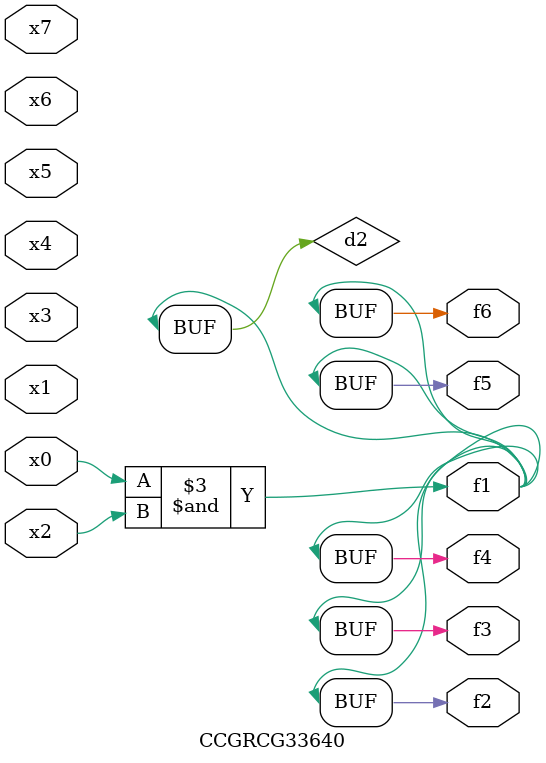
<source format=v>
module CCGRCG33640(
	input x0, x1, x2, x3, x4, x5, x6, x7,
	output f1, f2, f3, f4, f5, f6
);

	wire d1, d2;

	nor (d1, x3, x6);
	and (d2, x0, x2);
	assign f1 = d2;
	assign f2 = d2;
	assign f3 = d2;
	assign f4 = d2;
	assign f5 = d2;
	assign f6 = d2;
endmodule

</source>
